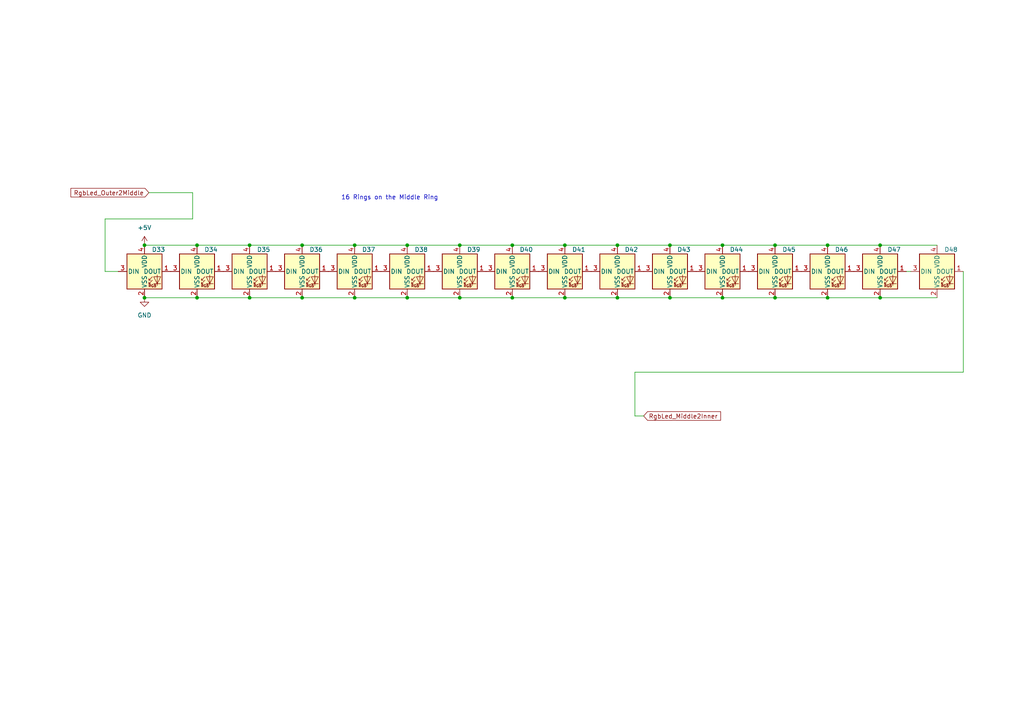
<source format=kicad_sch>
(kicad_sch (version 20231120) (generator "eeschema") (generator_version "8.0")
  (paper "A4")
  (lib_symbols
    (symbol "LED:WS2812B-2020" (pin_names (offset 0.254))
      (property "Reference" "D" (at 5.08 5.715 0))
      (property "Value" "WS2812B-2020" (at 1.27 -5.715 0))
      (symbol "WS2812B-2020_0_0"
        (text "RGB" (at 2.286 -4.191 0) (effects (font (size 0.762 0.762))))
      )
      (symbol "WS2812B-2020_0_1"
        (polyline (pts (xy 1.27 -3.556) (xy 1.778 -3.556)))
        (polyline (pts (xy 1.27 -2.54) (xy 1.778 -2.54)))
        (polyline (pts (xy 4.699 -3.556) (xy 2.667 -3.556)))
        (polyline (pts (xy 2.286 -2.54) (xy 1.27 -3.556) (xy 1.27 -3.048)))
        (polyline (pts (xy 2.286 -1.524) (xy 1.27 -2.54) (xy 1.27 -2.032)))
        (polyline (pts (xy 3.683 -1.016) (xy 3.683 -3.556) (xy 3.683 -4.064)))
        (polyline (pts (xy 4.699 -1.524) (xy 2.667 -1.524) (xy 3.683 -3.556) (xy 4.699 -1.524)))
        (rectangle (start 5.08 5.08) (end -5.08 -5.08) (stroke (width 0.254)) (fill (type background)))
      )
      (symbol "WS2812B-2020_1_1"
        (pin output line (at 7.62 0 180) (length 2.54) (name "DOUT") (number "1"))
        (pin power_in line (at 0 -7.62 90) (length 2.54) (name "VSS") (number "2"))
        (pin input line (at -7.62 0 0) (length 2.54) (name "DIN") (number "3"))
        (pin power_in line (at 0 7.62 270) (length 2.54) (name "VDD") (number "4"))
      )
    )
    (symbol "power:+5V" (power) (pin_numbers hide) (pin_names (offset 0) hide)
      (property "Value" "+5V" (at 0 3.556 0))
      (symbol "+5V_0_1"
        (polyline (pts (xy -0.762 1.27) (xy 0 2.54)))
        (polyline (pts (xy 0 0) (xy 0 2.54)))
        (polyline (pts (xy 0 2.54) (xy 0.762 1.27)))
      )
      (symbol "+5V_1_1"
        (pin power_in line (at 0 0 90) (length 0) (name "~") (number "1"))
      )
    )
    (symbol "power:GND" (power) (pin_numbers hide) (pin_names (offset 0) hide)
      (property "Value" "GND" (at 0 -3.81 0))
      (symbol "GND_0_1"
        (polyline (pts (xy 0 0) (xy 0 -1.27) (xy 1.27 -1.27) (xy 0 -2.54) (xy -1.27 -1.27) (xy 0 -1.27)))
      )
      (symbol "GND_1_1"
        (pin power_in line (at 0 0 270) (length 0) (name "~") (number "1"))
      )
    )
  )
  (junction (at 118.11 86.36))
  (junction (at 255.27 86.36))
  (junction (at 72.39 86.36))
  (junction (at 57.15 71.12))
  (junction (at 224.79 71.12))
  (junction (at 224.79 86.36))
  (junction (at 148.59 71.12))
  (junction (at 179.07 71.12))
  (junction (at 133.35 71.12))
  (junction (at 163.83 71.12))
  (junction (at 102.87 86.36))
  (junction (at 209.55 86.36))
  (junction (at 240.03 86.36))
  (junction (at 179.07 86.36))
  (junction (at 102.87 71.12))
  (junction (at 133.35 86.36))
  (junction (at 240.03 71.12))
  (junction (at 41.91 86.36))
  (junction (at 209.55 71.12))
  (junction (at 163.83 86.36))
  (junction (at 41.91 71.12))
  (junction (at 57.15 86.36))
  (junction (at 72.39 71.12))
  (junction (at 194.31 71.12))
  (junction (at 255.27 71.12))
  (junction (at 87.63 71.12))
  (junction (at 118.11 71.12))
  (junction (at 194.31 86.36))
  (junction (at 87.63 86.36))
  (junction (at 148.59 86.36))
  (wire (pts (xy 41.91 86.36) (xy 57.15 86.36)))
  (wire (pts (xy 30.48 78.74) (xy 34.29 78.74)))
  (wire (pts (xy 102.87 86.36) (xy 118.11 86.36)))
  (wire (pts (xy 194.31 71.12) (xy 209.55 71.12)))
  (wire (pts (xy 41.91 71.12) (xy 57.15 71.12)))
  (wire (pts (xy 57.15 71.12) (xy 72.39 71.12)))
  (wire (pts (xy 87.63 71.12) (xy 102.87 71.12)))
  (wire (pts (xy 224.79 71.12) (xy 240.03 71.12)))
  (wire (pts (xy 55.88 55.88) (xy 55.88 63.5)))
  (wire (pts (xy 148.59 86.36) (xy 163.83 86.36)))
  (wire (pts (xy 209.55 71.12) (xy 224.79 71.12)))
  (wire (pts (xy 163.83 71.12) (xy 179.07 71.12)))
  (wire (pts (xy 224.79 86.36) (xy 240.03 86.36)))
  (wire (pts (xy 209.55 86.36) (xy 224.79 86.36)))
  (wire (pts (xy 279.4 107.95) (xy 184.15 107.95)))
  (wire (pts (xy 240.03 86.36) (xy 255.27 86.36)))
  (wire (pts (xy 163.83 86.36) (xy 179.07 86.36)))
  (wire (pts (xy 255.27 86.36) (xy 271.78 86.36)))
  (wire (pts (xy 255.27 71.12) (xy 271.78 71.12)))
  (wire (pts (xy 179.07 86.36) (xy 194.31 86.36)))
  (wire (pts (xy 240.03 71.12) (xy 255.27 71.12)))
  (wire (pts (xy 102.87 71.12) (xy 118.11 71.12)))
  (wire (pts (xy 118.11 86.36) (xy 133.35 86.36)))
  (wire (pts (xy 179.07 71.12) (xy 194.31 71.12)))
  (wire (pts (xy 148.59 71.12) (xy 163.83 71.12)))
  (wire (pts (xy 72.39 86.36) (xy 87.63 86.36)))
  (wire (pts (xy 57.15 86.36) (xy 72.39 86.36)))
  (wire (pts (xy 43.18 55.88) (xy 55.88 55.88)))
  (wire (pts (xy 30.48 63.5) (xy 30.48 78.74)))
  (wire (pts (xy 184.15 120.65) (xy 186.69 120.65)))
  (wire (pts (xy 279.4 78.74) (xy 279.4 107.95)))
  (wire (pts (xy 87.63 86.36) (xy 102.87 86.36)))
  (wire (pts (xy 72.39 71.12) (xy 87.63 71.12)))
  (wire (pts (xy 133.35 71.12) (xy 148.59 71.12)))
  (wire (pts (xy 133.35 86.36) (xy 148.59 86.36)))
  (wire (pts (xy 262.89 78.74) (xy 264.16 78.74)))
  (wire (pts (xy 118.11 71.12) (xy 133.35 71.12)))
  (wire (pts (xy 55.88 63.5) (xy 30.48 63.5)))
  (wire (pts (xy 184.15 107.95) (xy 184.15 120.65)))
  (wire (pts (xy 194.31 86.36) (xy 209.55 86.36)))
  (text "16 Rings on the Middle Ring\n" (at 113.03 57.404 0) (effects (font (size 1.27 1.27))))
  (global_label "RgbLed_Outer2Middle" (shape input) (at 43.18 55.88 180) (property "Intersheetrefs" "${INTERSHEET_REFS}" (effects (hide yes))))
  (global_label "RgbLed_Middle2Inner" (shape input) (at 186.69 120.65 0) (property "Intersheetrefs" "${INTERSHEET_REFS}" (effects (hide yes))))
  (symbol (lib_id "LED:WS2812B-2020") (at 163.83 78.74 0) (unit 1)
    (property "Reference" "D41" (at 167.894 72.39 0))
    (property "Value" "WS2812B-2020" (effects (hide yes)))
    (property "Footprint" "LED_SMD:LED_WS2812B-2020_PLCC4_2.0x2.0mm" (effects (hide yes)))
    (property "Datasheet" "https://cdn-shop.adafruit.com/product-files/4684/4684_WS2812B-2020_V1.3_EN.pdf" (effects (hide yes)))
    (property "Description" "RGB LED with integrated controller, 2.0 x 2.0 mm, 12 mA" (effects (hide yes)))
    (property "MPN" "WS2812B-2020" (effects (hide yes)))
  )
  (symbol (lib_id "LED:WS2812B-2020") (at 271.78 78.74 0) (unit 1)
    (property "Reference" "D48" (at 275.844 72.39 0))
    (property "Value" "WS2812B-2020" (effects (hide yes)))
    (property "Footprint" "LED_SMD:LED_WS2812B-2020_PLCC4_2.0x2.0mm" (effects (hide yes)))
    (property "Datasheet" "https://cdn-shop.adafruit.com/product-files/4684/4684_WS2812B-2020_V1.3_EN.pdf" (effects (hide yes)))
    (property "Description" "RGB LED with integrated controller, 2.0 x 2.0 mm, 12 mA" (effects (hide yes)))
    (property "MPN" "WS2812B-2020" (effects (hide yes)))
  )
  (symbol (lib_id "LED:WS2812B-2020") (at 255.27 78.74 0) (unit 1)
    (property "Reference" "D47" (at 259.334 72.39 0))
    (property "Value" "WS2812B-2020" (effects (hide yes)))
    (property "Footprint" "LED_SMD:LED_WS2812B-2020_PLCC4_2.0x2.0mm" (effects (hide yes)))
    (property "Datasheet" "https://cdn-shop.adafruit.com/product-files/4684/4684_WS2812B-2020_V1.3_EN.pdf" (effects (hide yes)))
    (property "Description" "RGB LED with integrated controller, 2.0 x 2.0 mm, 12 mA" (effects (hide yes)))
    (property "MPN" "WS2812B-2020" (effects (hide yes)))
  )
  (symbol (lib_id "LED:WS2812B-2020") (at 209.55 78.74 0) (unit 1)
    (property "Reference" "D44" (at 213.614 72.39 0))
    (property "Value" "WS2812B-2020" (effects (hide yes)))
    (property "Footprint" "LED_SMD:LED_WS2812B-2020_PLCC4_2.0x2.0mm" (effects (hide yes)))
    (property "Datasheet" "https://cdn-shop.adafruit.com/product-files/4684/4684_WS2812B-2020_V1.3_EN.pdf" (effects (hide yes)))
    (property "Description" "RGB LED with integrated controller, 2.0 x 2.0 mm, 12 mA" (effects (hide yes)))
    (property "MPN" "WS2812B-2020" (effects (hide yes)))
  )
  (symbol (lib_id "power:GND") (at 41.91 86.36 0) (unit 1)
    (property "Reference" "#PWR016" (effects (hide yes)))
    (property "Value" "GND" (at 41.91 91.44 0))
    (property "Description" "Power symbol creates a global label with name \"GND\" , ground" (effects (hide yes)))
  )
  (symbol (lib_id "LED:WS2812B-2020") (at 179.07 78.74 0) (unit 1)
    (property "Reference" "D42" (at 183.134 72.39 0))
    (property "Value" "WS2812B-2020" (effects (hide yes)))
    (property "Footprint" "LED_SMD:LED_WS2812B-2020_PLCC4_2.0x2.0mm" (effects (hide yes)))
    (property "Datasheet" "https://cdn-shop.adafruit.com/product-files/4684/4684_WS2812B-2020_V1.3_EN.pdf" (effects (hide yes)))
    (property "Description" "RGB LED with integrated controller, 2.0 x 2.0 mm, 12 mA" (effects (hide yes)))
    (property "MPN" "WS2812B-2020" (effects (hide yes)))
  )
  (symbol (lib_id "LED:WS2812B-2020") (at 133.35 78.74 0) (unit 1)
    (property "Reference" "D39" (at 137.414 72.39 0))
    (property "Value" "WS2812B-2020" (effects (hide yes)))
    (property "Footprint" "LED_SMD:LED_WS2812B-2020_PLCC4_2.0x2.0mm" (effects (hide yes)))
    (property "Datasheet" "https://cdn-shop.adafruit.com/product-files/4684/4684_WS2812B-2020_V1.3_EN.pdf" (effects (hide yes)))
    (property "Description" "RGB LED with integrated controller, 2.0 x 2.0 mm, 12 mA" (effects (hide yes)))
    (property "MPN" "WS2812B-2020" (effects (hide yes)))
  )
  (symbol (lib_id "LED:WS2812B-2020") (at 72.39 78.74 0) (unit 1)
    (property "Reference" "D35" (at 76.454 72.39 0))
    (property "Value" "WS2812B-2020" (effects (hide yes)))
    (property "Footprint" "LED_SMD:LED_WS2812B-2020_PLCC4_2.0x2.0mm" (effects (hide yes)))
    (property "Datasheet" "https://cdn-shop.adafruit.com/product-files/4684/4684_WS2812B-2020_V1.3_EN.pdf" (effects (hide yes)))
    (property "Description" "RGB LED with integrated controller, 2.0 x 2.0 mm, 12 mA" (effects (hide yes)))
    (property "MPN" "WS2812B-2020" (effects (hide yes)))
  )
  (symbol (lib_id "LED:WS2812B-2020") (at 57.15 78.74 0) (unit 1)
    (property "Reference" "D34" (at 61.214 72.39 0))
    (property "Value" "WS2812B-2020" (effects (hide yes)))
    (property "Footprint" "LED_SMD:LED_WS2812B-2020_PLCC4_2.0x2.0mm" (effects (hide yes)))
    (property "Datasheet" "https://cdn-shop.adafruit.com/product-files/4684/4684_WS2812B-2020_V1.3_EN.pdf" (effects (hide yes)))
    (property "Description" "RGB LED with integrated controller, 2.0 x 2.0 mm, 12 mA" (effects (hide yes)))
    (property "MPN" "WS2812B-2020" (effects (hide yes)))
  )
  (symbol (lib_id "LED:WS2812B-2020") (at 148.59 78.74 0) (unit 1)
    (property "Reference" "D40" (at 152.654 72.39 0))
    (property "Value" "WS2812B-2020" (effects (hide yes)))
    (property "Footprint" "LED_SMD:LED_WS2812B-2020_PLCC4_2.0x2.0mm" (effects (hide yes)))
    (property "Datasheet" "https://cdn-shop.adafruit.com/product-files/4684/4684_WS2812B-2020_V1.3_EN.pdf" (effects (hide yes)))
    (property "Description" "RGB LED with integrated controller, 2.0 x 2.0 mm, 12 mA" (effects (hide yes)))
    (property "MPN" "WS2812B-2020" (effects (hide yes)))
  )
  (symbol (lib_id "LED:WS2812B-2020") (at 224.79 78.74 0) (unit 1)
    (property "Reference" "D45" (at 228.854 72.39 0))
    (property "Value" "WS2812B-2020" (effects (hide yes)))
    (property "Footprint" "LED_SMD:LED_WS2812B-2020_PLCC4_2.0x2.0mm" (effects (hide yes)))
    (property "Datasheet" "https://cdn-shop.adafruit.com/product-files/4684/4684_WS2812B-2020_V1.3_EN.pdf" (effects (hide yes)))
    (property "Description" "RGB LED with integrated controller, 2.0 x 2.0 mm, 12 mA" (effects (hide yes)))
    (property "MPN" "WS2812B-2020" (effects (hide yes)))
  )
  (symbol (lib_id "LED:WS2812B-2020") (at 118.11 78.74 0) (unit 1)
    (property "Reference" "D38" (at 122.174 72.39 0))
    (property "Value" "WS2812B-2020" (effects (hide yes)))
    (property "Footprint" "LED_SMD:LED_WS2812B-2020_PLCC4_2.0x2.0mm" (effects (hide yes)))
    (property "Datasheet" "https://cdn-shop.adafruit.com/product-files/4684/4684_WS2812B-2020_V1.3_EN.pdf" (effects (hide yes)))
    (property "Description" "RGB LED with integrated controller, 2.0 x 2.0 mm, 12 mA" (effects (hide yes)))
    (property "MPN" "WS2812B-2020" (effects (hide yes)))
  )
  (symbol (lib_id "LED:WS2812B-2020") (at 240.03 78.74 0) (unit 1)
    (property "Reference" "D46" (at 244.094 72.39 0))
    (property "Value" "WS2812B-2020" (effects (hide yes)))
    (property "Footprint" "LED_SMD:LED_WS2812B-2020_PLCC4_2.0x2.0mm" (effects (hide yes)))
    (property "Datasheet" "https://cdn-shop.adafruit.com/product-files/4684/4684_WS2812B-2020_V1.3_EN.pdf" (effects (hide yes)))
    (property "Description" "RGB LED with integrated controller, 2.0 x 2.0 mm, 12 mA" (effects (hide yes)))
    (property "MPN" "WS2812B-2020" (effects (hide yes)))
  )
  (symbol (lib_id "LED:WS2812B-2020") (at 87.63 78.74 0) (unit 1)
    (property "Reference" "D36" (at 91.694 72.39 0))
    (property "Value" "WS2812B-2020" (effects (hide yes)))
    (property "Footprint" "LED_SMD:LED_WS2812B-2020_PLCC4_2.0x2.0mm" (effects (hide yes)))
    (property "Datasheet" "https://cdn-shop.adafruit.com/product-files/4684/4684_WS2812B-2020_V1.3_EN.pdf" (effects (hide yes)))
    (property "Description" "RGB LED with integrated controller, 2.0 x 2.0 mm, 12 mA" (effects (hide yes)))
    (property "MPN" "WS2812B-2020" (effects (hide yes)))
  )
  (symbol (lib_id "LED:WS2812B-2020") (at 194.31 78.74 0) (unit 1)
    (property "Reference" "D43" (at 198.374 72.39 0))
    (property "Value" "WS2812B-2020" (effects (hide yes)))
    (property "Footprint" "LED_SMD:LED_WS2812B-2020_PLCC4_2.0x2.0mm" (effects (hide yes)))
    (property "Datasheet" "https://cdn-shop.adafruit.com/product-files/4684/4684_WS2812B-2020_V1.3_EN.pdf" (effects (hide yes)))
    (property "Description" "RGB LED with integrated controller, 2.0 x 2.0 mm, 12 mA" (effects (hide yes)))
    (property "MPN" "WS2812B-2020" (effects (hide yes)))
  )
  (symbol (lib_id "power:+5V") (at 41.91 71.12 0) (unit 1)
    (property "Reference" "#PWR015" (effects (hide yes)))
    (property "Value" "+5V" (at 41.91 66.04 0))
    (property "Description" "Power symbol creates a global label with name \"+5V\"" (effects (hide yes)))
  )
  (symbol (lib_id "LED:WS2812B-2020") (at 102.87 78.74 0) (unit 1)
    (property "Reference" "D37" (at 106.934 72.39 0))
    (property "Value" "WS2812B-2020" (effects (hide yes)))
    (property "Footprint" "LED_SMD:LED_WS2812B-2020_PLCC4_2.0x2.0mm" (effects (hide yes)))
    (property "Datasheet" "https://cdn-shop.adafruit.com/product-files/4684/4684_WS2812B-2020_V1.3_EN.pdf" (effects (hide yes)))
    (property "Description" "RGB LED with integrated controller, 2.0 x 2.0 mm, 12 mA" (effects (hide yes)))
    (property "MPN" "WS2812B-2020" (effects (hide yes)))
  )
  (symbol (lib_id "LED:WS2812B-2020") (at 41.91 78.74 0) (unit 1)
    (property "Reference" "D33" (at 45.974 72.39 0))
    (property "Value" "WS2812B-2020" (effects (hide yes)))
    (property "Footprint" "LED_SMD:LED_WS2812B-2020_PLCC4_2.0x2.0mm" (effects (hide yes)))
    (property "Datasheet" "https://cdn-shop.adafruit.com/product-files/4684/4684_WS2812B-2020_V1.3_EN.pdf" (effects (hide yes)))
    (property "Description" "RGB LED with integrated controller, 2.0 x 2.0 mm, 12 mA" (effects (hide yes)))
    (property "MPN" "WS2812B-2020" (effects (hide yes)))
  )
)
</source>
